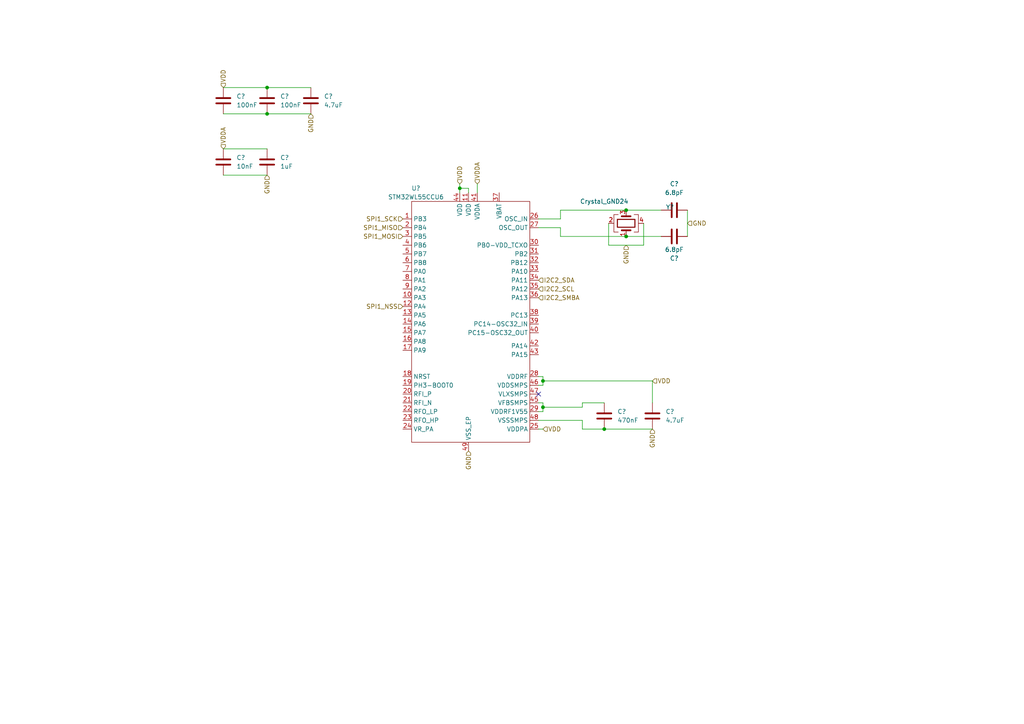
<source format=kicad_sch>
(kicad_sch (version 20211123) (generator eeschema)
  (paper "A4")
  (lib_symbols
    (symbol "Device:C" (pin_numbers hide) (pin_names (offset 0.254))
      (property "Reference" "C" (at 0.635 2.54 0))
      (property "Value" "C" (at 0.635 -2.54 0))
      (symbol "C_0_1"
        (polyline (pts (xy -2.032 -0.762) (xy 2.032 -0.762)) (stroke (width 0.508)))
        (polyline (pts (xy -2.032 0.762) (xy 2.032 0.762)) (stroke (width 0.508)))
      )
      (symbol "C_1_1"
        (pin passive line (at 0 3.81 270) (length 2.794) (name "~") (number "1"))
        (pin passive line (at 0 -3.81 90) (length 2.794) (name "~") (number "2"))
      )
    )
    (symbol "Device:Crystal_GND24" (pin_names (offset 1.016) hide)
      (property "Reference" "Y" (at 3.175 5.08 0))
      (property "Value" "Crystal_GND24" (at 3.175 3.175 0))
      (symbol "Crystal_GND24_0_1"
        (rectangle (start -1.143 2.54) (end 1.143 -2.54) (stroke (width 0.3048)))
        (polyline (pts (xy -2.54 0) (xy -2.032 0)))
        (polyline (pts (xy -2.032 -1.27) (xy -2.032 1.27)) (stroke (width 0.508)))
        (polyline (pts (xy 0 -3.81) (xy 0 -3.556)))
        (polyline (pts (xy 0 3.556) (xy 0 3.81)))
        (polyline (pts (xy 2.032 -1.27) (xy 2.032 1.27)) (stroke (width 0.508)))
        (polyline (pts (xy 2.032 0) (xy 2.54 0)))
        (polyline (pts (xy -2.54 -2.286) (xy -2.54 -3.556) (xy 2.54 -3.556) (xy 2.54 -2.286)))
        (polyline (pts (xy -2.54 2.286) (xy -2.54 3.556) (xy 2.54 3.556) (xy 2.54 2.286)))
      )
      (symbol "Crystal_GND24_1_1"
        (pin passive line (at -3.81 0 0) (length 1.27) (name "1") (number "1"))
        (pin passive line (at 0 5.08 270) (length 1.27) (name "2") (number "2"))
        (pin passive line (at 3.81 0 180) (length 1.27) (name "3") (number "3"))
        (pin passive line (at 0 -5.08 90) (length 1.27) (name "4") (number "4"))
      )
    )
    (symbol "STM32WL55:STM32WL55CCU6"
      (property "Reference" "U" (at -10.16 16.51 0))
      (property "Value" "STM32WL55CCU6" (at -13.97 19.05 0))
      (property "Footprint" "local:QFN50P700X700X60-49N" (at 0 17.78 0))
      (symbol "STM32WL55CCU6_0_1"
        (rectangle (start -11.43 15.24) (end 22.86 -54.61))
      )
      (symbol "STM32WL55CCU6_1_1"
        (pin unspecified line (at -13.97 10.16 0) (length 2.54) (name "PB3") (number "1"))
        (pin unspecified line (at -13.97 -12.7 0) (length 2.54) (name "PA3") (number "10"))
        (pin unspecified line (at 5.08 17.78 270) (length 2.54) (name "VDD") (number "11"))
        (pin unspecified line (at -13.97 -15.24 0) (length 2.54) (name "PA4") (number "12"))
        (pin unspecified line (at -13.97 -17.78 0) (length 2.54) (name "PA5") (number "13"))
        (pin unspecified line (at -13.97 -20.32 0) (length 2.54) (name "PA6") (number "14"))
        (pin unspecified line (at -13.97 -22.86 0) (length 2.54) (name "PA7") (number "15"))
        (pin unspecified line (at -13.97 -25.4 0) (length 2.54) (name "PA8") (number "16"))
        (pin unspecified line (at -13.97 -27.94 0) (length 2.54) (name "PA9") (number "17"))
        (pin unspecified line (at -13.97 -35.56 0) (length 2.54) (name "NRST") (number "18"))
        (pin unspecified line (at -13.97 -38.1 0) (length 2.54) (name "PH3-BOOT0") (number "19"))
        (pin unspecified line (at -13.97 7.62 0) (length 2.54) (name "PB4") (number "2"))
        (pin unspecified line (at -13.97 -40.64 0) (length 2.54) (name "RFI_P") (number "20"))
        (pin unspecified line (at -13.97 -43.18 0) (length 2.54) (name "RFI_N") (number "21"))
        (pin unspecified line (at -13.97 -45.72 0) (length 2.54) (name "RFO_LP") (number "22"))
        (pin unspecified line (at -13.97 -48.26 0) (length 2.54) (name "RFO_HP") (number "23"))
        (pin unspecified line (at -13.97 -50.8 0) (length 2.54) (name "VR_PA") (number "24"))
        (pin unspecified line (at 25.4 -50.8 180) (length 2.54) (name "VDDPA") (number "25"))
        (pin unspecified line (at 25.4 10.16 180) (length 2.54) (name "OSC_IN") (number "26"))
        (pin unspecified line (at 25.4 7.62 180) (length 2.54) (name "OSC_OUT") (number "27"))
        (pin unspecified line (at 25.4 -35.56 180) (length 2.54) (name "VDDRF") (number "28"))
        (pin unspecified line (at 25.4 -45.72 180) (length 2.54) (name "VDDRF1V55") (number "29"))
        (pin unspecified line (at -13.97 5.08 0) (length 2.54) (name "PB5") (number "3"))
        (pin unspecified line (at 25.4 2.54 180) (length 2.54) (name "PB0-VDD_TCXO") (number "30"))
        (pin unspecified line (at 25.4 0 180) (length 2.54) (name "PB2") (number "31"))
        (pin unspecified line (at 25.4 -2.54 180) (length 2.54) (name "PB12") (number "32"))
        (pin unspecified line (at 25.4 -5.08 180) (length 2.54) (name "PA10") (number "33"))
        (pin unspecified line (at 25.4 -7.62 180) (length 2.54) (name "PA11") (number "34"))
        (pin unspecified line (at 25.4 -10.16 180) (length 2.54) (name "PA12") (number "35"))
        (pin unspecified line (at 25.4 -12.7 180) (length 2.54) (name "PA13") (number "36"))
        (pin unspecified line (at 13.97 17.78 270) (length 2.54) (name "VBAT") (number "37"))
        (pin unspecified line (at 25.4 -17.78 180) (length 2.54) (name "PC13") (number "38"))
        (pin unspecified line (at 25.4 -20.32 180) (length 2.54) (name "PC14-OSC32_IN") (number "39"))
        (pin unspecified line (at -13.97 2.54 0) (length 2.54) (name "PB6") (number "4"))
        (pin unspecified line (at 25.4 -22.86 180) (length 2.54) (name "PC15-OSC32_OUT") (number "40"))
        (pin unspecified line (at 7.62 17.78 270) (length 2.54) (name "VDDA") (number "41"))
        (pin unspecified line (at 25.4 -26.67 180) (length 2.54) (name "PA14") (number "42"))
        (pin unspecified line (at 25.4 -29.21 180) (length 2.54) (name "PA15") (number "43"))
        (pin unspecified line (at 2.54 17.78 270) (length 2.54) (name "VDD") (number "44"))
        (pin unspecified line (at 25.4 -43.18 180) (length 2.54) (name "VFBSMPS") (number "45"))
        (pin unspecified line (at 25.4 -38.1 180) (length 2.54) (name "VDDSMPS") (number "46"))
        (pin unspecified line (at 25.4 -40.64 180) (length 2.54) (name "VLXSMPS") (number "47"))
        (pin unspecified line (at 25.4 -48.26 180) (length 2.54) (name "VSSSMPS") (number "48"))
        (pin input line (at 5.08 -57.15 90) (length 2.54) (name "VSS_EP") (number "49"))
        (pin unspecified line (at -13.97 0 0) (length 2.54) (name "PB7") (number "5"))
        (pin unspecified line (at -13.97 -2.54 0) (length 2.54) (name "PB8") (number "6"))
        (pin unspecified line (at -13.97 -5.08 0) (length 2.54) (name "PA0") (number "7"))
        (pin unspecified line (at -13.97 -7.62 0) (length 2.54) (name "PA1") (number "8"))
        (pin unspecified line (at -13.97 -10.16 0) (length 2.54) (name "PA2") (number "9"))
      )
    )
  )
  (junction (at 181.61 60.96))
  (junction (at 181.61 68.58))
  (junction (at 133.35 54.61))
  (junction (at 157.48 110.49))
  (junction (at 157.48 118.11))
  (junction (at 77.47 33.02))
  (junction (at 175.26 124.46))
  (junction (at 77.47 25.4))
  (no_connect (at 156.21 114.3))
  (wire (pts (xy 157.48 119.38) (xy 157.48 118.11)))
  (wire (pts (xy 64.77 43.18) (xy 77.47 43.18)))
  (wire (pts (xy 64.77 50.8) (xy 77.47 50.8)))
  (wire (pts (xy 157.48 118.11) (xy 157.48 116.84)))
  (wire (pts (xy 135.89 54.61) (xy 133.35 54.61)))
  (wire (pts (xy 157.48 118.11) (xy 168.91 118.11)))
  (wire (pts (xy 156.21 63.5) (xy 162.56 63.5)))
  (wire (pts (xy 168.91 124.46) (xy 175.26 124.46)))
  (wire (pts (xy 156.21 111.76) (xy 157.48 111.76)))
  (wire (pts (xy 135.89 55.88) (xy 135.89 54.61)))
  (wire (pts (xy 176.53 71.12) (xy 186.69 71.12)))
  (wire (pts (xy 162.56 68.58) (xy 181.61 68.58)))
  (wire (pts (xy 133.35 53.34) (xy 133.35 54.61)))
  (wire (pts (xy 168.91 116.84) (xy 175.26 116.84)))
  (wire (pts (xy 156.21 66.04) (xy 162.56 66.04)))
  (wire (pts (xy 199.39 60.96) (xy 199.39 68.58)))
  (wire (pts (xy 77.47 25.4) (xy 90.17 25.4)))
  (wire (pts (xy 156.21 121.92) (xy 168.91 121.92)))
  (wire (pts (xy 162.56 63.5) (xy 162.56 60.96)))
  (wire (pts (xy 181.61 68.58) (xy 191.77 68.58)))
  (wire (pts (xy 156.21 109.22) (xy 157.48 109.22)))
  (wire (pts (xy 168.91 121.92) (xy 168.91 124.46)))
  (wire (pts (xy 157.48 110.49) (xy 189.23 110.49)))
  (wire (pts (xy 162.56 60.96) (xy 181.61 60.96)))
  (wire (pts (xy 157.48 116.84) (xy 156.21 116.84)))
  (wire (pts (xy 157.48 110.49) (xy 157.48 111.76)))
  (wire (pts (xy 186.69 71.12) (xy 186.69 64.77)))
  (wire (pts (xy 138.43 53.34) (xy 138.43 55.88)))
  (wire (pts (xy 189.23 110.49) (xy 189.23 116.84)))
  (wire (pts (xy 133.35 54.61) (xy 133.35 55.88)))
  (wire (pts (xy 64.77 25.4) (xy 77.47 25.4)))
  (wire (pts (xy 181.61 60.96) (xy 191.77 60.96)))
  (wire (pts (xy 156.21 124.46) (xy 157.48 124.46)))
  (wire (pts (xy 162.56 66.04) (xy 162.56 68.58)))
  (wire (pts (xy 175.26 124.46) (xy 189.23 124.46)))
  (wire (pts (xy 64.77 33.02) (xy 77.47 33.02)))
  (wire (pts (xy 157.48 109.22) (xy 157.48 110.49)))
  (wire (pts (xy 168.91 118.11) (xy 168.91 116.84)))
  (wire (pts (xy 156.21 119.38) (xy 157.48 119.38)))
  (wire (pts (xy 176.53 64.77) (xy 176.53 71.12)))
  (wire (pts (xy 77.47 33.02) (xy 90.17 33.02)))
  (hierarchical_label "GND" (shape input) (at 77.47 50.8 270))
  (hierarchical_label "VDDA" (shape input) (at 64.77 43.18 90))
  (hierarchical_label "I2C2_SDA" (shape input) (at 156.21 81.28 0))
  (hierarchical_label "GND" (shape input) (at 199.39 64.77 0))
  (hierarchical_label "GND" (shape input) (at 135.89 130.81 270))
  (hierarchical_label "VDD" (shape input) (at 189.23 110.49 0))
  (hierarchical_label "VDDA" (shape input) (at 138.43 53.34 90))
  (hierarchical_label "VDD" (shape input) (at 64.77 25.4 90))
  (hierarchical_label "I2C2_SCL" (shape input) (at 156.21 83.82 0))
  (hierarchical_label "SPI1_SCK" (shape input) (at 116.84 63.5 180))
  (hierarchical_label "SPI1_MOSI" (shape input) (at 116.84 68.58 180))
  (hierarchical_label "I2C2_SMBA" (shape input) (at 156.21 86.36 0))
  (hierarchical_label "GND" (shape input) (at 90.17 33.02 270))
  (hierarchical_label "SPI1_MISO" (shape input) (at 116.84 66.04 180))
  (hierarchical_label "SPI1_NSS" (shape input) (at 116.84 88.9 180))
  (hierarchical_label "VDD" (shape input) (at 157.48 124.46 0))
  (hierarchical_label "VDD" (shape input) (at 133.35 53.34 90))
  (hierarchical_label "GND" (shape input) (at 181.61 71.12 270))
  (hierarchical_label "GND" (shape input) (at 189.23 124.46 270))
  (symbol (lib_id "STM32WL55:STM32WL55CCU6") (at 130.81 73.66 0) (unit 1)
    (property "Reference" "U?" (at 120.65 54.61 0))
    (property "Value" "STM32WL55CCU6" (at 120.65 57.15 0))
    (property "Footprint" "local:QFN50P700X700X60-49N" (effects hide))
  )
  (symbol (lib_id "Device:C") (at 64.77 29.21 0) (unit 1)
    (property "Reference" "C?" (at 68.58 27.9399 0) (effects (justify left)))
    (property "Value" "100nF" (at 68.58 30.4799 0) (effects (justify left)))
    (property "Footprint" "Capacitor_SMD:C_0603_1608Metric" (effects hide))
  )
  (symbol (lib_id "Device:C") (at 189.23 120.65 0) (unit 1)
    (property "Reference" "C?" (at 193.04 119.3799 0) (effects (justify left)))
    (property "Value" "4.7uF" (at 193.04 121.9199 0) (effects (justify left)))
    (property "Footprint" "Capacitor_SMD:C_0603_1608Metric" (effects hide))
  )
  (symbol (lib_id "Device:C") (at 64.77 46.99 0) (unit 1)
    (property "Reference" "C?" (at 68.58 45.7199 0) (effects (justify left)))
    (property "Value" "10nF" (at 68.58 48.2599 0) (effects (justify left)))
    (property "Footprint" "Capacitor_SMD:C_0603_1608Metric" (effects hide))
  )
  (symbol (lib_id "Device:C") (at 90.17 29.21 0) (unit 1)
    (property "Reference" "C?" (at 93.98 27.9399 0) (effects (justify left)))
    (property "Value" "4.7uF" (at 93.98 30.4799 0) (effects (justify left)))
    (property "Footprint" "Capacitor_SMD:C_0603_1608Metric" (effects hide))
  )
  (symbol (lib_id "Device:C") (at 77.47 46.99 0) (unit 1)
    (property "Reference" "C?" (at 81.28 45.7199 0) (effects (justify left)))
    (property "Value" "1uF" (at 81.28 48.2599 0) (effects (justify left)))
    (property "Footprint" "Capacitor_SMD:C_0603_1608Metric" (effects hide))
  )
  (symbol (lib_id "Device:C") (at 195.58 68.58 270) (unit 1)
    (property "Reference" "C?" (at 195.58 74.93 90))
    (property "Value" "6.8pF" (at 195.58 72.39 90))
    (property "Footprint" "Capacitor_SMD:C_0603_1608Metric" (effects hide))
  )
  (symbol (lib_id "Device:C") (at 77.47 29.21 0) (unit 1)
    (property "Reference" "C?" (at 81.28 27.9399 0) (effects (justify left)))
    (property "Value" "100nF" (at 81.28 30.4799 0) (effects (justify left)))
    (property "Footprint" "Capacitor_SMD:C_0603_1608Metric" (effects hide))
  )
  (symbol (lib_id "Device:Crystal_GND24") (at 181.61 64.77 90) (unit 1)
    (property "Reference" "Y?" (at 194.31 60.071 90))
    (property "Value" "Crystal_GND24" (at 175.26 58.42 90))
  )
  (symbol (lib_id "Device:C") (at 175.26 120.65 0) (unit 1)
    (property "Reference" "C?" (at 179.07 119.3799 0) (effects (justify left)))
    (property "Value" "470nF" (at 179.07 121.9199 0) (effects (justify left)))
    (property "Footprint" "Capacitor_SMD:C_0603_1608Metric" (effects hide))
  )
  (symbol (lib_id "Device:C") (at 195.58 60.96 270) (unit 1)
    (property "Reference" "C?" (at 195.58 53.34 90))
    (property "Value" "6.8pF" (at 195.58 55.88 90))
    (property "Footprint" "Capacitor_SMD:C_0603_1608Metric" (effects hide))
  )
)
</source>
